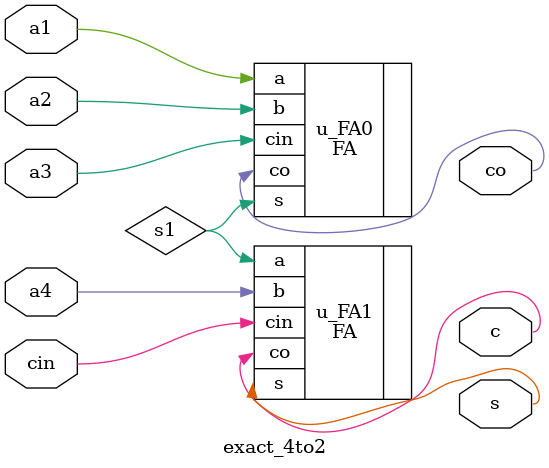
<source format=v>
module exact_4to2 (
    input a1, a2, a3, a4, cin,
    output s, co, c
);

wire s1;

FA u_FA0 (.a(a1), .b(a2), .cin(a3), .s(s1), .co(co));

FA u_FA1 (.a(s1), .b(a4), .cin(cin), .s(s), .co(c));

endmodule
</source>
